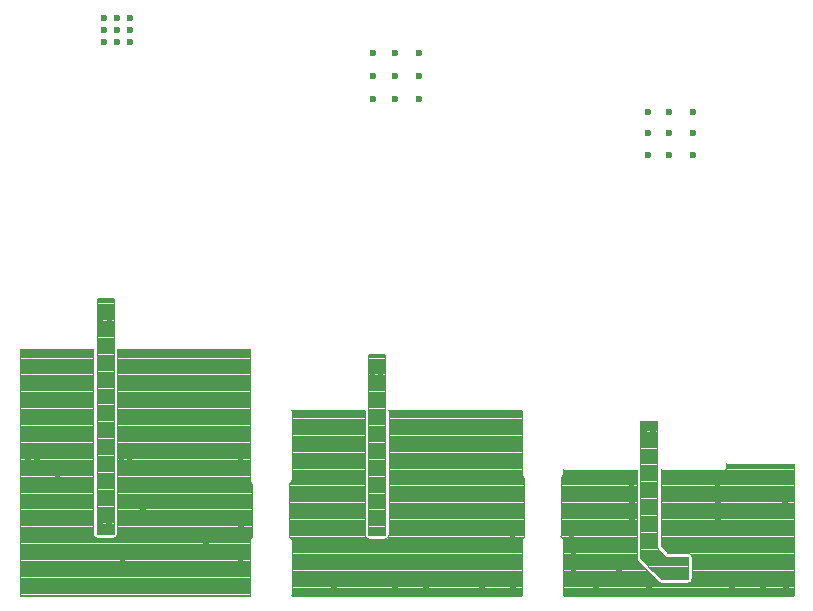
<source format=gbr>
%FSDAX33Y33*%
%MOMM*%
%SFA1.000B1.000*%

%MIA0B0*%
%IPPOS*%
%ADD130C,0.10008*%
%ADD137C,0.59995*%
%LNSO*%
%LPD*%
G54D137*
X019738Y005500D03*
X019738Y001000D03*
X025238Y001000D03*
X027738Y003000D03*
X027738Y001000D03*
X022438Y001000D03*
X022438Y002900D03*
X027638Y009800D03*
X028288Y009800D03*
X020438Y009900D03*
X019688Y009900D03*
X025778Y005740D03*
X025778Y006400D03*
X026558Y005740D03*
X026558Y006400D03*
X026558Y007060D03*
X025778Y007060D03*
X029438Y007700D03*
X033438Y008500D03*
X037738Y006000D03*
X030738Y001000D03*
X034738Y001000D03*
X037738Y001000D03*
X037738Y003000D03*
X048538Y004300D03*
X045938Y009950D03*
X044688Y009950D03*
X043388Y009950D03*
X042338Y008600D03*
X042338Y004600D03*
X042338Y000600D03*
X048538Y000600D03*
X045538Y001000D03*
X045538Y002800D03*
X048738Y005740D03*
X048738Y006400D03*
X048738Y007060D03*
X034738Y004800D03*
X060738Y010000D03*
X060738Y005500D03*
X056438Y009200D03*
X052488Y007800D03*
X053388Y009950D03*
X052188Y009950D03*
X050888Y009950D03*
X050738Y003000D03*
X050738Y001000D03*
X053338Y000800D03*
X058138Y000800D03*
X060738Y001000D03*
X060738Y003000D03*
X065738Y005500D03*
X067738Y001000D03*
X065918Y002180D03*
X065918Y003640D03*
X049638Y006400D03*
X049638Y005740D03*
X049638Y007060D03*
X057638Y004750D03*
X069738Y002500D03*
X069738Y005000D03*
X083738Y008000D03*
X083738Y003500D03*
X079238Y001000D03*
X072238Y001000D03*
X078518Y005700D03*
X077838Y004340D03*
X074998Y004300D03*
X074298Y005760D03*
X079418Y009040D03*
X083858Y000840D03*
X081898Y000840D03*
X070818Y006820D03*
X070818Y008100D03*
X070818Y009380D03*
X078118Y006800D03*
X078118Y008060D03*
X078118Y009340D03*
X080158Y007660D03*
X075298Y002400D03*
X074638Y002400D03*
X073978Y002400D03*
X073978Y003060D03*
X074638Y003060D03*
X075298Y003060D03*
X022238Y010600D03*
X028288Y010900D03*
X027638Y010900D03*
X027638Y012000D03*
X028288Y012000D03*
X019688Y010900D03*
X020438Y010900D03*
X020438Y011950D03*
X019688Y011950D03*
X026598Y024400D03*
X025838Y024400D03*
X025838Y023740D03*
X026598Y023740D03*
X026598Y023080D03*
X025838Y023080D03*
X030038Y010700D03*
X034238Y015000D03*
X037738Y019500D03*
X037738Y012000D03*
X048838Y020000D03*
X048838Y019200D03*
X048838Y018400D03*
X056738Y011500D03*
X060738Y015000D03*
X049538Y019200D03*
X049538Y020000D03*
X049538Y018400D03*
X081938Y010580D03*
X083838Y010580D03*
X071838Y014740D03*
X071838Y014040D03*
X072598Y014740D03*
X072598Y014040D03*
X072598Y013360D03*
X071838Y013360D03*
X027238Y049200D03*
X026138Y049200D03*
X026138Y048200D03*
X027238Y048200D03*
X028338Y048200D03*
X027238Y047100D03*
X026138Y047100D03*
X028338Y047100D03*
X028338Y049200D03*
X048838Y042300D03*
X048838Y044300D03*
X048838Y046200D03*
X050738Y042300D03*
X050738Y046200D03*
X050738Y044300D03*
X052738Y044300D03*
X052738Y042300D03*
X052738Y046200D03*
X072138Y039400D03*
X073938Y039400D03*
X075938Y039400D03*
X075938Y037600D03*
X073938Y037600D03*
X072138Y037600D03*
X073938Y041200D03*
X075938Y041200D03*
X072138Y041200D03*
G54D130*
X071488Y015019D02*
G01X071559Y015090D01*
X072867Y015090D01*
X072938Y015019D01*
X072938Y004329D01*
X073717Y003550D01*
X075588Y003550D01*
X075588Y001650D01*
X073259Y001650D01*
X071488Y003421D01*
X071488Y015019D01*
X025498Y025389D02*
G01X025569Y025460D01*
X026867Y025460D01*
X026938Y025389D01*
X026938Y005470D01*
X025498Y005470D01*
X025498Y025389D01*
X048468Y020619D02*
G01X048539Y020690D01*
X049837Y020690D01*
X049908Y020619D01*
X049908Y005400D01*
X048468Y005400D01*
X048468Y020619D01*
X071488Y003540D02*
G01X075588Y003540D01*
X071488Y003450D02*
G01X075588Y003450D01*
X071549Y003360D02*
G01X075588Y003360D01*
X071639Y003270D02*
G01X075588Y003270D01*
X071729Y003180D02*
G01X075588Y003180D01*
X071819Y003090D02*
G01X075588Y003090D01*
X071909Y003000D02*
G01X075588Y003000D01*
X071999Y002910D02*
G01X075588Y002910D01*
X072089Y002820D02*
G01X075588Y002820D01*
X072179Y002730D02*
G01X075588Y002730D01*
X072269Y002640D02*
G01X075588Y002640D01*
X072359Y002550D02*
G01X075588Y002550D01*
X072449Y002460D02*
G01X075588Y002460D01*
X072539Y002370D02*
G01X075588Y002370D01*
X072629Y002280D02*
G01X075588Y002280D01*
X072719Y002190D02*
G01X075588Y002190D01*
X072809Y002100D02*
G01X075588Y002100D01*
X072899Y002010D02*
G01X075588Y002010D01*
X072989Y001920D02*
G01X075588Y001920D01*
X073079Y001830D02*
G01X075588Y001830D01*
X073169Y001740D02*
G01X075588Y001740D01*
X071488Y003630D02*
G01X073638Y003630D01*
X071488Y003720D02*
G01X073548Y003720D01*
X071488Y003810D02*
G01X073458Y003810D01*
X071488Y003900D02*
G01X073368Y003900D01*
X071488Y003990D02*
G01X073278Y003990D01*
X071488Y004080D02*
G01X073188Y004080D01*
X071488Y004170D02*
G01X073098Y004170D01*
X071488Y004260D02*
G01X073008Y004260D01*
X071488Y014970D02*
G01X072938Y014970D01*
X071488Y014880D02*
G01X072938Y014880D01*
X071488Y014790D02*
G01X072938Y014790D01*
X071488Y014700D02*
G01X072938Y014700D01*
X071488Y014610D02*
G01X072938Y014610D01*
X071488Y014520D02*
G01X072938Y014520D01*
X071488Y014430D02*
G01X072938Y014430D01*
X071488Y014340D02*
G01X072938Y014340D01*
X071488Y014250D02*
G01X072938Y014250D01*
X071488Y014160D02*
G01X072938Y014160D01*
X071488Y014070D02*
G01X072938Y014070D01*
X071488Y013980D02*
G01X072938Y013980D01*
X071488Y013890D02*
G01X072938Y013890D01*
X071488Y013800D02*
G01X072938Y013800D01*
X071488Y013710D02*
G01X072938Y013710D01*
X071488Y013620D02*
G01X072938Y013620D01*
X071488Y013530D02*
G01X072938Y013530D01*
X071488Y013440D02*
G01X072938Y013440D01*
X071488Y013350D02*
G01X072938Y013350D01*
X071488Y013260D02*
G01X072938Y013260D01*
X071488Y013170D02*
G01X072938Y013170D01*
X071488Y013080D02*
G01X072938Y013080D01*
X071488Y012990D02*
G01X072938Y012990D01*
X071488Y012900D02*
G01X072938Y012900D01*
X071488Y012810D02*
G01X072938Y012810D01*
X071488Y012720D02*
G01X072938Y012720D01*
X071488Y012630D02*
G01X072938Y012630D01*
X071488Y012540D02*
G01X072938Y012540D01*
X071488Y012450D02*
G01X072938Y012450D01*
X071488Y012360D02*
G01X072938Y012360D01*
X071488Y012270D02*
G01X072938Y012270D01*
X071488Y012180D02*
G01X072938Y012180D01*
X071488Y012090D02*
G01X072938Y012090D01*
X071488Y012000D02*
G01X072938Y012000D01*
X071488Y011910D02*
G01X072938Y011910D01*
X071488Y011820D02*
G01X072938Y011820D01*
X071488Y011730D02*
G01X072938Y011730D01*
X071488Y011640D02*
G01X072938Y011640D01*
X071488Y011550D02*
G01X072938Y011550D01*
X071488Y011460D02*
G01X072938Y011460D01*
X071488Y011370D02*
G01X072938Y011370D01*
X071488Y011280D02*
G01X072938Y011280D01*
X071488Y011190D02*
G01X072938Y011190D01*
X071488Y011100D02*
G01X072938Y011100D01*
X071488Y011010D02*
G01X072938Y011010D01*
X071488Y010920D02*
G01X072938Y010920D01*
X071488Y010830D02*
G01X072938Y010830D01*
X071488Y010740D02*
G01X072938Y010740D01*
X071488Y010650D02*
G01X072938Y010650D01*
X071488Y010560D02*
G01X072938Y010560D01*
X071488Y010470D02*
G01X072938Y010470D01*
X071488Y010380D02*
G01X072938Y010380D01*
X071488Y010290D02*
G01X072938Y010290D01*
X071488Y010200D02*
G01X072938Y010200D01*
X071488Y010110D02*
G01X072938Y010110D01*
X071488Y010020D02*
G01X072938Y010020D01*
X071488Y009930D02*
G01X072938Y009930D01*
X071488Y009840D02*
G01X072938Y009840D01*
X071488Y009750D02*
G01X072938Y009750D01*
X071488Y009660D02*
G01X072938Y009660D01*
X071488Y009570D02*
G01X072938Y009570D01*
X071488Y009480D02*
G01X072938Y009480D01*
X071488Y009390D02*
G01X072938Y009390D01*
X071488Y009300D02*
G01X072938Y009300D01*
X071488Y009210D02*
G01X072938Y009210D01*
X071488Y009120D02*
G01X072938Y009120D01*
X071488Y009030D02*
G01X072938Y009030D01*
X071488Y008940D02*
G01X072938Y008940D01*
X071488Y008850D02*
G01X072938Y008850D01*
X071488Y008760D02*
G01X072938Y008760D01*
X071488Y008670D02*
G01X072938Y008670D01*
X071488Y008580D02*
G01X072938Y008580D01*
X071488Y008490D02*
G01X072938Y008490D01*
X071488Y008400D02*
G01X072938Y008400D01*
X071488Y008310D02*
G01X072938Y008310D01*
X071488Y008220D02*
G01X072938Y008220D01*
X071488Y008130D02*
G01X072938Y008130D01*
X071488Y008040D02*
G01X072938Y008040D01*
X071488Y007950D02*
G01X072938Y007950D01*
X071488Y007860D02*
G01X072938Y007860D01*
X071488Y007770D02*
G01X072938Y007770D01*
X071488Y007680D02*
G01X072938Y007680D01*
X071488Y007590D02*
G01X072938Y007590D01*
X071488Y007500D02*
G01X072938Y007500D01*
X071488Y007410D02*
G01X072938Y007410D01*
X071488Y007320D02*
G01X072938Y007320D01*
X071488Y007230D02*
G01X072938Y007230D01*
X071488Y007140D02*
G01X072938Y007140D01*
X071488Y007050D02*
G01X072938Y007050D01*
X071488Y006960D02*
G01X072938Y006960D01*
X071488Y006870D02*
G01X072938Y006870D01*
X071488Y006780D02*
G01X072938Y006780D01*
X071488Y006690D02*
G01X072938Y006690D01*
X071488Y006600D02*
G01X072938Y006600D01*
X071488Y006510D02*
G01X072938Y006510D01*
X071488Y006420D02*
G01X072938Y006420D01*
X071488Y006330D02*
G01X072938Y006330D01*
X071488Y006240D02*
G01X072938Y006240D01*
X071488Y006150D02*
G01X072938Y006150D01*
X071488Y006060D02*
G01X072938Y006060D01*
X071488Y005970D02*
G01X072938Y005970D01*
X071488Y005880D02*
G01X072938Y005880D01*
X071488Y005790D02*
G01X072938Y005790D01*
X071488Y005700D02*
G01X072938Y005700D01*
X071488Y005610D02*
G01X072938Y005610D01*
X071488Y005520D02*
G01X072938Y005520D01*
X071488Y005430D02*
G01X072938Y005430D01*
X071488Y005340D02*
G01X072938Y005340D01*
X071488Y005250D02*
G01X072938Y005250D01*
X071488Y005160D02*
G01X072938Y005160D01*
X071488Y005070D02*
G01X072938Y005070D01*
X071488Y004980D02*
G01X072938Y004980D01*
X071488Y004890D02*
G01X072938Y004890D01*
X071488Y004800D02*
G01X072938Y004800D01*
X071488Y004710D02*
G01X072938Y004710D01*
X071488Y004620D02*
G01X072938Y004620D01*
X071488Y004530D02*
G01X072938Y004530D01*
X071488Y004440D02*
G01X072938Y004440D01*
X071488Y004350D02*
G01X072938Y004350D01*
X071528Y015060D02*
G01X072898Y015060D01*
X025498Y025360D02*
G01X026938Y025360D01*
X025498Y025270D02*
G01X026938Y025270D01*
X025498Y025180D02*
G01X026938Y025180D01*
X025498Y025090D02*
G01X026938Y025090D01*
X025498Y025000D02*
G01X026938Y025000D01*
X025498Y024910D02*
G01X026938Y024910D01*
X025498Y024820D02*
G01X026938Y024820D01*
X025498Y024730D02*
G01X026938Y024730D01*
X025498Y024640D02*
G01X026938Y024640D01*
X025498Y024550D02*
G01X026938Y024550D01*
X025498Y024460D02*
G01X026938Y024460D01*
X025498Y024370D02*
G01X026938Y024370D01*
X025498Y024280D02*
G01X026938Y024280D01*
X025498Y024190D02*
G01X026938Y024190D01*
X025498Y024100D02*
G01X026938Y024100D01*
X025498Y024010D02*
G01X026938Y024010D01*
X025498Y023920D02*
G01X026938Y023920D01*
X025498Y023830D02*
G01X026938Y023830D01*
X025498Y023740D02*
G01X026938Y023740D01*
X025498Y023650D02*
G01X026938Y023650D01*
X025498Y023560D02*
G01X026938Y023560D01*
X025498Y023470D02*
G01X026938Y023470D01*
X025498Y023380D02*
G01X026938Y023380D01*
X025498Y023290D02*
G01X026938Y023290D01*
X025498Y023200D02*
G01X026938Y023200D01*
X025498Y023110D02*
G01X026938Y023110D01*
X025498Y023020D02*
G01X026938Y023020D01*
X025498Y022930D02*
G01X026938Y022930D01*
X025498Y022840D02*
G01X026938Y022840D01*
X025498Y022750D02*
G01X026938Y022750D01*
X025498Y022660D02*
G01X026938Y022660D01*
X025498Y022570D02*
G01X026938Y022570D01*
X025498Y022480D02*
G01X026938Y022480D01*
X025498Y022390D02*
G01X026938Y022390D01*
X025498Y022300D02*
G01X026938Y022300D01*
X025498Y022210D02*
G01X026938Y022210D01*
X025498Y022120D02*
G01X026938Y022120D01*
X025498Y022030D02*
G01X026938Y022030D01*
X025498Y021940D02*
G01X026938Y021940D01*
X025498Y021850D02*
G01X026938Y021850D01*
X025498Y021760D02*
G01X026938Y021760D01*
X025498Y021670D02*
G01X026938Y021670D01*
X025498Y021580D02*
G01X026938Y021580D01*
X025498Y021490D02*
G01X026938Y021490D01*
X025498Y021400D02*
G01X026938Y021400D01*
X025498Y021310D02*
G01X026938Y021310D01*
X025498Y021220D02*
G01X026938Y021220D01*
X025498Y021130D02*
G01X026938Y021130D01*
X025498Y021040D02*
G01X026938Y021040D01*
X025498Y020950D02*
G01X026938Y020950D01*
X025498Y020860D02*
G01X026938Y020860D01*
X025498Y020770D02*
G01X026938Y020770D01*
X025498Y020680D02*
G01X026938Y020680D01*
X025498Y020590D02*
G01X026938Y020590D01*
X025498Y020500D02*
G01X026938Y020500D01*
X025498Y020410D02*
G01X026938Y020410D01*
X025498Y020320D02*
G01X026938Y020320D01*
X025498Y020230D02*
G01X026938Y020230D01*
X025498Y020140D02*
G01X026938Y020140D01*
X025498Y020050D02*
G01X026938Y020050D01*
X025498Y019960D02*
G01X026938Y019960D01*
X025498Y019870D02*
G01X026938Y019870D01*
X025498Y019780D02*
G01X026938Y019780D01*
X025498Y019690D02*
G01X026938Y019690D01*
X025498Y019600D02*
G01X026938Y019600D01*
X025498Y019510D02*
G01X026938Y019510D01*
X025498Y019420D02*
G01X026938Y019420D01*
X025498Y019330D02*
G01X026938Y019330D01*
X025498Y019240D02*
G01X026938Y019240D01*
X025498Y019150D02*
G01X026938Y019150D01*
X025498Y019060D02*
G01X026938Y019060D01*
X025498Y018970D02*
G01X026938Y018970D01*
X025498Y018880D02*
G01X026938Y018880D01*
X025498Y018790D02*
G01X026938Y018790D01*
X025498Y018700D02*
G01X026938Y018700D01*
X025498Y018610D02*
G01X026938Y018610D01*
X025498Y018520D02*
G01X026938Y018520D01*
X025498Y018430D02*
G01X026938Y018430D01*
X025498Y018340D02*
G01X026938Y018340D01*
X025498Y018250D02*
G01X026938Y018250D01*
X025498Y018160D02*
G01X026938Y018160D01*
X025498Y018070D02*
G01X026938Y018070D01*
X025498Y017980D02*
G01X026938Y017980D01*
X025498Y017890D02*
G01X026938Y017890D01*
X025498Y017800D02*
G01X026938Y017800D01*
X025498Y017710D02*
G01X026938Y017710D01*
X025498Y017620D02*
G01X026938Y017620D01*
X025498Y017530D02*
G01X026938Y017530D01*
X025498Y017440D02*
G01X026938Y017440D01*
X025498Y017350D02*
G01X026938Y017350D01*
X025498Y017260D02*
G01X026938Y017260D01*
X025498Y017170D02*
G01X026938Y017170D01*
X025498Y017080D02*
G01X026938Y017080D01*
X025498Y016990D02*
G01X026938Y016990D01*
X025498Y016900D02*
G01X026938Y016900D01*
X025498Y016810D02*
G01X026938Y016810D01*
X025498Y016720D02*
G01X026938Y016720D01*
X025498Y016630D02*
G01X026938Y016630D01*
X025498Y016540D02*
G01X026938Y016540D01*
X025498Y016450D02*
G01X026938Y016450D01*
X025498Y016360D02*
G01X026938Y016360D01*
X025498Y016270D02*
G01X026938Y016270D01*
X025498Y016180D02*
G01X026938Y016180D01*
X025498Y016090D02*
G01X026938Y016090D01*
X025498Y016000D02*
G01X026938Y016000D01*
X025498Y015910D02*
G01X026938Y015910D01*
X025498Y015820D02*
G01X026938Y015820D01*
X025498Y015730D02*
G01X026938Y015730D01*
X025498Y015640D02*
G01X026938Y015640D01*
X025498Y015550D02*
G01X026938Y015550D01*
X025498Y015460D02*
G01X026938Y015460D01*
X025498Y015370D02*
G01X026938Y015370D01*
X025498Y015280D02*
G01X026938Y015280D01*
X025498Y015190D02*
G01X026938Y015190D01*
X025498Y015100D02*
G01X026938Y015100D01*
X025498Y015010D02*
G01X026938Y015010D01*
X025498Y014920D02*
G01X026938Y014920D01*
X025498Y014830D02*
G01X026938Y014830D01*
X025498Y014740D02*
G01X026938Y014740D01*
X025498Y014650D02*
G01X026938Y014650D01*
X025498Y014560D02*
G01X026938Y014560D01*
X025498Y014470D02*
G01X026938Y014470D01*
X025498Y014380D02*
G01X026938Y014380D01*
X025498Y014290D02*
G01X026938Y014290D01*
X025498Y014200D02*
G01X026938Y014200D01*
X025498Y014110D02*
G01X026938Y014110D01*
X025498Y014020D02*
G01X026938Y014020D01*
X025498Y013930D02*
G01X026938Y013930D01*
X025498Y013840D02*
G01X026938Y013840D01*
X025498Y013750D02*
G01X026938Y013750D01*
X025498Y013660D02*
G01X026938Y013660D01*
X025498Y013570D02*
G01X026938Y013570D01*
X025498Y013480D02*
G01X026938Y013480D01*
X025498Y013390D02*
G01X026938Y013390D01*
X025498Y013300D02*
G01X026938Y013300D01*
X025498Y013210D02*
G01X026938Y013210D01*
X025498Y013120D02*
G01X026938Y013120D01*
X025498Y013030D02*
G01X026938Y013030D01*
X025498Y012940D02*
G01X026938Y012940D01*
X025498Y012850D02*
G01X026938Y012850D01*
X025498Y012760D02*
G01X026938Y012760D01*
X025498Y012670D02*
G01X026938Y012670D01*
X025498Y012580D02*
G01X026938Y012580D01*
X025498Y012490D02*
G01X026938Y012490D01*
X025498Y012400D02*
G01X026938Y012400D01*
X025498Y012310D02*
G01X026938Y012310D01*
X025498Y012220D02*
G01X026938Y012220D01*
X025498Y012130D02*
G01X026938Y012130D01*
X025498Y012040D02*
G01X026938Y012040D01*
X025498Y011950D02*
G01X026938Y011950D01*
X025498Y011860D02*
G01X026938Y011860D01*
X025498Y011770D02*
G01X026938Y011770D01*
X025498Y011680D02*
G01X026938Y011680D01*
X025498Y011590D02*
G01X026938Y011590D01*
X025498Y011500D02*
G01X026938Y011500D01*
X025498Y011410D02*
G01X026938Y011410D01*
X025498Y011320D02*
G01X026938Y011320D01*
X025498Y011230D02*
G01X026938Y011230D01*
X025498Y011140D02*
G01X026938Y011140D01*
X025498Y011050D02*
G01X026938Y011050D01*
X025498Y010960D02*
G01X026938Y010960D01*
X025498Y010870D02*
G01X026938Y010870D01*
X025498Y010780D02*
G01X026938Y010780D01*
X025498Y010690D02*
G01X026938Y010690D01*
X025498Y010600D02*
G01X026938Y010600D01*
X025498Y010510D02*
G01X026938Y010510D01*
X025498Y010420D02*
G01X026938Y010420D01*
X025498Y010330D02*
G01X026938Y010330D01*
X025498Y010240D02*
G01X026938Y010240D01*
X025498Y010150D02*
G01X026938Y010150D01*
X025498Y010060D02*
G01X026938Y010060D01*
X025498Y009970D02*
G01X026938Y009970D01*
X025498Y009880D02*
G01X026938Y009880D01*
X025498Y009790D02*
G01X026938Y009790D01*
X025498Y009700D02*
G01X026938Y009700D01*
X025498Y009610D02*
G01X026938Y009610D01*
X025498Y009520D02*
G01X026938Y009520D01*
X025498Y009430D02*
G01X026938Y009430D01*
X025498Y009340D02*
G01X026938Y009340D01*
X025498Y009250D02*
G01X026938Y009250D01*
X025498Y009160D02*
G01X026938Y009160D01*
X025498Y009070D02*
G01X026938Y009070D01*
X025498Y008980D02*
G01X026938Y008980D01*
X025498Y008890D02*
G01X026938Y008890D01*
X025498Y008800D02*
G01X026938Y008800D01*
X025498Y008710D02*
G01X026938Y008710D01*
X025498Y008620D02*
G01X026938Y008620D01*
X025498Y008530D02*
G01X026938Y008530D01*
X025498Y008440D02*
G01X026938Y008440D01*
X025498Y008350D02*
G01X026938Y008350D01*
X025498Y008260D02*
G01X026938Y008260D01*
X025498Y008170D02*
G01X026938Y008170D01*
X025498Y008080D02*
G01X026938Y008080D01*
X025498Y007990D02*
G01X026938Y007990D01*
X025498Y007900D02*
G01X026938Y007900D01*
X025498Y007810D02*
G01X026938Y007810D01*
X025498Y007720D02*
G01X026938Y007720D01*
X025498Y007630D02*
G01X026938Y007630D01*
X025498Y007540D02*
G01X026938Y007540D01*
X025498Y007450D02*
G01X026938Y007450D01*
X025498Y007360D02*
G01X026938Y007360D01*
X025498Y007270D02*
G01X026938Y007270D01*
X025498Y007180D02*
G01X026938Y007180D01*
X025498Y007090D02*
G01X026938Y007090D01*
X025498Y007000D02*
G01X026938Y007000D01*
X025498Y006910D02*
G01X026938Y006910D01*
X025498Y006820D02*
G01X026938Y006820D01*
X025498Y006730D02*
G01X026938Y006730D01*
X025498Y006640D02*
G01X026938Y006640D01*
X025498Y006550D02*
G01X026938Y006550D01*
X025498Y006460D02*
G01X026938Y006460D01*
X025498Y006370D02*
G01X026938Y006370D01*
X025498Y006280D02*
G01X026938Y006280D01*
X025498Y006190D02*
G01X026938Y006190D01*
X025498Y006100D02*
G01X026938Y006100D01*
X025498Y006010D02*
G01X026938Y006010D01*
X025498Y005920D02*
G01X026938Y005920D01*
X025498Y005830D02*
G01X026938Y005830D01*
X025498Y005740D02*
G01X026938Y005740D01*
X025498Y005650D02*
G01X026938Y005650D01*
X025498Y005560D02*
G01X026938Y005560D01*
X025558Y025450D02*
G01X026878Y025450D01*
X048468Y020610D02*
G01X049908Y020610D01*
X048468Y020520D02*
G01X049908Y020520D01*
X048468Y020430D02*
G01X049908Y020430D01*
X048468Y020340D02*
G01X049908Y020340D01*
X048468Y020250D02*
G01X049908Y020250D01*
X048468Y020160D02*
G01X049908Y020160D01*
X048468Y020070D02*
G01X049908Y020070D01*
X048468Y019980D02*
G01X049908Y019980D01*
X048468Y019890D02*
G01X049908Y019890D01*
X048468Y019800D02*
G01X049908Y019800D01*
X048468Y019710D02*
G01X049908Y019710D01*
X048468Y019620D02*
G01X049908Y019620D01*
X048468Y019530D02*
G01X049908Y019530D01*
X048468Y019440D02*
G01X049908Y019440D01*
X048468Y019350D02*
G01X049908Y019350D01*
X048468Y019260D02*
G01X049908Y019260D01*
X048468Y019170D02*
G01X049908Y019170D01*
X048468Y019080D02*
G01X049908Y019080D01*
X048468Y018990D02*
G01X049908Y018990D01*
X048468Y018900D02*
G01X049908Y018900D01*
X048468Y018810D02*
G01X049908Y018810D01*
X048468Y018720D02*
G01X049908Y018720D01*
X048468Y018630D02*
G01X049908Y018630D01*
X048468Y018540D02*
G01X049908Y018540D01*
X048468Y018450D02*
G01X049908Y018450D01*
X048468Y018360D02*
G01X049908Y018360D01*
X048468Y018270D02*
G01X049908Y018270D01*
X048468Y018180D02*
G01X049908Y018180D01*
X048468Y018090D02*
G01X049908Y018090D01*
X048468Y018000D02*
G01X049908Y018000D01*
X048468Y017910D02*
G01X049908Y017910D01*
X048468Y017820D02*
G01X049908Y017820D01*
X048468Y017730D02*
G01X049908Y017730D01*
X048468Y017640D02*
G01X049908Y017640D01*
X048468Y017550D02*
G01X049908Y017550D01*
X048468Y017460D02*
G01X049908Y017460D01*
X048468Y017370D02*
G01X049908Y017370D01*
X048468Y017280D02*
G01X049908Y017280D01*
X048468Y017190D02*
G01X049908Y017190D01*
X048468Y017100D02*
G01X049908Y017100D01*
X048468Y017010D02*
G01X049908Y017010D01*
X048468Y016920D02*
G01X049908Y016920D01*
X048468Y016830D02*
G01X049908Y016830D01*
X048468Y016740D02*
G01X049908Y016740D01*
X048468Y016650D02*
G01X049908Y016650D01*
X048468Y016560D02*
G01X049908Y016560D01*
X048468Y016470D02*
G01X049908Y016470D01*
X048468Y016380D02*
G01X049908Y016380D01*
X048468Y016290D02*
G01X049908Y016290D01*
X048468Y016200D02*
G01X049908Y016200D01*
X048468Y016110D02*
G01X049908Y016110D01*
X048468Y016020D02*
G01X049908Y016020D01*
X048468Y015930D02*
G01X049908Y015930D01*
X048468Y015840D02*
G01X049908Y015840D01*
X048468Y015750D02*
G01X049908Y015750D01*
X048468Y015660D02*
G01X049908Y015660D01*
X048468Y015570D02*
G01X049908Y015570D01*
X048468Y015480D02*
G01X049908Y015480D01*
X048468Y015390D02*
G01X049908Y015390D01*
X048468Y015300D02*
G01X049908Y015300D01*
X048468Y015210D02*
G01X049908Y015210D01*
X048468Y015120D02*
G01X049908Y015120D01*
X048468Y015030D02*
G01X049908Y015030D01*
X048468Y014940D02*
G01X049908Y014940D01*
X048468Y014850D02*
G01X049908Y014850D01*
X048468Y014760D02*
G01X049908Y014760D01*
X048468Y014670D02*
G01X049908Y014670D01*
X048468Y014580D02*
G01X049908Y014580D01*
X048468Y014490D02*
G01X049908Y014490D01*
X048468Y014400D02*
G01X049908Y014400D01*
X048468Y014310D02*
G01X049908Y014310D01*
X048468Y014220D02*
G01X049908Y014220D01*
X048468Y014130D02*
G01X049908Y014130D01*
X048468Y014040D02*
G01X049908Y014040D01*
X048468Y013950D02*
G01X049908Y013950D01*
X048468Y013860D02*
G01X049908Y013860D01*
X048468Y013770D02*
G01X049908Y013770D01*
X048468Y013680D02*
G01X049908Y013680D01*
X048468Y013590D02*
G01X049908Y013590D01*
X048468Y013500D02*
G01X049908Y013500D01*
X048468Y013410D02*
G01X049908Y013410D01*
X048468Y013320D02*
G01X049908Y013320D01*
X048468Y013230D02*
G01X049908Y013230D01*
X048468Y013140D02*
G01X049908Y013140D01*
X048468Y013050D02*
G01X049908Y013050D01*
X048468Y012960D02*
G01X049908Y012960D01*
X048468Y012870D02*
G01X049908Y012870D01*
X048468Y012780D02*
G01X049908Y012780D01*
X048468Y012690D02*
G01X049908Y012690D01*
X048468Y012600D02*
G01X049908Y012600D01*
X048468Y012510D02*
G01X049908Y012510D01*
X048468Y012420D02*
G01X049908Y012420D01*
X048468Y012330D02*
G01X049908Y012330D01*
X048468Y012240D02*
G01X049908Y012240D01*
X048468Y012150D02*
G01X049908Y012150D01*
X048468Y012060D02*
G01X049908Y012060D01*
X048468Y011970D02*
G01X049908Y011970D01*
X048468Y011880D02*
G01X049908Y011880D01*
X048468Y011790D02*
G01X049908Y011790D01*
X048468Y011700D02*
G01X049908Y011700D01*
X048468Y011610D02*
G01X049908Y011610D01*
X048468Y011520D02*
G01X049908Y011520D01*
X048468Y011430D02*
G01X049908Y011430D01*
X048468Y011340D02*
G01X049908Y011340D01*
X048468Y011250D02*
G01X049908Y011250D01*
X048468Y011160D02*
G01X049908Y011160D01*
X048468Y011070D02*
G01X049908Y011070D01*
X048468Y010980D02*
G01X049908Y010980D01*
X048468Y010890D02*
G01X049908Y010890D01*
X048468Y010800D02*
G01X049908Y010800D01*
X048468Y010710D02*
G01X049908Y010710D01*
X048468Y010620D02*
G01X049908Y010620D01*
X048468Y010530D02*
G01X049908Y010530D01*
X048468Y010440D02*
G01X049908Y010440D01*
X048468Y010350D02*
G01X049908Y010350D01*
X048468Y010260D02*
G01X049908Y010260D01*
X048468Y010170D02*
G01X049908Y010170D01*
X048468Y010080D02*
G01X049908Y010080D01*
X048468Y009990D02*
G01X049908Y009990D01*
X048468Y009900D02*
G01X049908Y009900D01*
X048468Y009810D02*
G01X049908Y009810D01*
X048468Y009720D02*
G01X049908Y009720D01*
X048468Y009630D02*
G01X049908Y009630D01*
X048468Y009540D02*
G01X049908Y009540D01*
X048468Y009450D02*
G01X049908Y009450D01*
X048468Y009360D02*
G01X049908Y009360D01*
X048468Y009270D02*
G01X049908Y009270D01*
X048468Y009180D02*
G01X049908Y009180D01*
X048468Y009090D02*
G01X049908Y009090D01*
X048468Y009000D02*
G01X049908Y009000D01*
X048468Y008910D02*
G01X049908Y008910D01*
X048468Y008820D02*
G01X049908Y008820D01*
X048468Y008730D02*
G01X049908Y008730D01*
X048468Y008640D02*
G01X049908Y008640D01*
X048468Y008550D02*
G01X049908Y008550D01*
X048468Y008460D02*
G01X049908Y008460D01*
X048468Y008370D02*
G01X049908Y008370D01*
X048468Y008280D02*
G01X049908Y008280D01*
X048468Y008190D02*
G01X049908Y008190D01*
X048468Y008100D02*
G01X049908Y008100D01*
X048468Y008010D02*
G01X049908Y008010D01*
X048468Y007920D02*
G01X049908Y007920D01*
X048468Y007830D02*
G01X049908Y007830D01*
X048468Y007740D02*
G01X049908Y007740D01*
X048468Y007650D02*
G01X049908Y007650D01*
X048468Y007560D02*
G01X049908Y007560D01*
X048468Y007470D02*
G01X049908Y007470D01*
X048468Y007380D02*
G01X049908Y007380D01*
X048468Y007290D02*
G01X049908Y007290D01*
X048468Y007200D02*
G01X049908Y007200D01*
X048468Y007110D02*
G01X049908Y007110D01*
X048468Y007020D02*
G01X049908Y007020D01*
X048468Y006930D02*
G01X049908Y006930D01*
X048468Y006840D02*
G01X049908Y006840D01*
X048468Y006750D02*
G01X049908Y006750D01*
X048468Y006660D02*
G01X049908Y006660D01*
X048468Y006570D02*
G01X049908Y006570D01*
X048468Y006480D02*
G01X049908Y006480D01*
X048468Y006390D02*
G01X049908Y006390D01*
X048468Y006300D02*
G01X049908Y006300D01*
X048468Y006210D02*
G01X049908Y006210D01*
X048468Y006120D02*
G01X049908Y006120D01*
X048468Y006030D02*
G01X049908Y006030D01*
X048468Y005940D02*
G01X049908Y005940D01*
X048468Y005850D02*
G01X049908Y005850D01*
X048468Y005760D02*
G01X049908Y005760D01*
X048468Y005670D02*
G01X049908Y005670D01*
X048468Y005580D02*
G01X049908Y005580D01*
X048468Y005490D02*
G01X049908Y005490D01*
X061660Y005237D02*
G75*
G03X061694Y005285I-000016J000047D01*
X061694Y005285D02*
G01X061694Y010215D01*
X061694Y010215D02*
G03X061660Y010263I-000050D01*
X061488Y010500D02*
G03X061660Y010263I000250J000000D01*
X061488Y010500D02*
G01X061488Y015920D01*
X061488Y015920D02*
G03X061438Y015970I-000050D01*
X061438Y015970D02*
G01X050258Y015970D01*
X050258Y015970D02*
G03X050208Y015920J-000050D01*
X050208Y015920D02*
G01X050208Y005400D01*
X049908Y005100D02*
G03X050208Y005400J000300D01*
X049908Y005100D02*
G01X048468Y005100D01*
X048168Y005400D02*
G03X048468Y005100I000300D01*
X048168Y005400D02*
G01X048168Y015920D01*
X048168Y015920D02*
G03X048118Y015970I-000050D01*
X048118Y015970D02*
G01X042038Y015970D01*
X042038Y015970D02*
G03X041988Y015920J-000050D01*
X041988Y015920D02*
G01X041988Y010000D01*
X041822Y009765D02*
G03X041988Y010000I-000084J000235D01*
X041822Y009765D02*
G03X041789Y009718I000017J-000047D01*
X041789Y009718D02*
G01X041789Y005282D01*
X041789Y005282D02*
G03X041822Y005235I000050J000000D01*
X041988Y005000D02*
G03X041822Y005235I-000250J000000D01*
X041988Y005000D02*
G01X041988Y000300D01*
X041988Y000300D02*
G03X042038Y000250I000050D01*
X042038Y000250D02*
G01X061438Y000250D01*
X061438Y000250D02*
G03X061488Y000300J000050D01*
X061488Y000300D02*
G01X061488Y005000D01*
X061660Y005237D02*
G03X061488Y005000I000078J-000237D01*
X084488Y000300D02*
G01X084488Y011400D01*
X084488Y011400D02*
G03X084438Y011450I-000050D01*
X084438Y011450D02*
G01X078838Y011450D01*
X078838Y011450D02*
G03X078788Y011400J-000050D01*
X078788Y011400D02*
G01X078788Y010990D01*
X078738Y010940D02*
G03X078788Y010990J000050D01*
X078738Y010940D02*
G01X073288Y010940D01*
X073288Y010940D02*
G03X073238Y010890J-000050D01*
X073238Y010890D02*
G01X073238Y004474D01*
X073238Y004474D02*
G03X073253Y004439I000050D01*
X073253Y004439D02*
G01X073827Y003865D01*
X073827Y003865D02*
G03X073862Y003850I000035J000035D01*
X073862Y003850D02*
G01X075588Y003850D01*
X075888Y003550D02*
G03X075588Y003850I-000300J000000D01*
X075888Y003550D02*
G01X075888Y001650D01*
X075588Y001350D02*
G03X075888Y001650J000300D01*
X075588Y001350D02*
G01X073259Y001350D01*
X073047Y001438D02*
G03X073259Y001350I000212J000212D01*
X073047Y001438D02*
G01X071276Y003209D01*
X071188Y003421D02*
G03X071276Y003209I000300D01*
X071188Y003421D02*
G01X071188Y010890D01*
X071188Y010890D02*
G03X071138Y010940I-000050D01*
X071138Y010940D02*
G01X065038Y010940D01*
X065038Y010940D02*
G03X064988Y010890I000000J-000050D01*
X064988Y010890D02*
G01X064988Y010500D01*
X064822Y010265D02*
G03X064988Y010500I-000084J000236D01*
X064822Y010265D02*
G03X064789Y010217I000017J-000047D01*
X064789Y010217D02*
G01X064789Y005282D01*
X064789Y005282D02*
G03X064822Y005235I000050J000000D01*
X064988Y005000D02*
G03X064822Y005235I-000250J000000D01*
X064988Y005000D02*
G01X064988Y000300D01*
X064988Y000300D02*
G03X065038Y000250I000050J000000D01*
X065038Y000250D02*
G01X084438Y000250D01*
X084438Y000250D02*
G03X084488Y000300J000050D01*
X038617Y005219D02*
G03X038643Y005263I-000024J000044D01*
X038643Y005263D02*
G01X038643Y009737D01*
X038643Y009737D02*
G03X038617Y009781I-000050J000000D01*
X038488Y010000D02*
G03X038617Y009781I000250J000000D01*
X038488Y010000D02*
G01X038488Y021100D01*
X038488Y021100D02*
G03X038438Y021150I-000050D01*
X038438Y021150D02*
G01X027288Y021150D01*
X027288Y021150D02*
G03X027238Y021100I000000J-000050D01*
X027238Y021100D02*
G01X027238Y005470D01*
X026938Y005170D02*
G03X027238Y005470I000000J000300D01*
X026938Y005170D02*
G01X025498Y005170D01*
X025198Y005470D02*
G03X025498Y005170I000300D01*
X025198Y005470D02*
G01X025198Y021100D01*
X025198Y021100D02*
G03X025148Y021150I-000050D01*
X025148Y021150D02*
G01X019038Y021150D01*
X019038Y021150D02*
G03X018988Y021100J-000050D01*
X018988Y021100D02*
G01X018988Y000300D01*
X018988Y000300D02*
G03X019038Y000250I000050D01*
X019038Y000250D02*
G01X038438Y000250D01*
X038438Y000250D02*
G03X038488Y000300J000050D01*
X038488Y000300D02*
G01X038488Y005000D01*
X038617Y005219D02*
G03X038488Y005000I000121J-000219D01*
X050206Y005362D02*
G01X061694Y005362D01*
X050208Y005452D02*
G01X061694Y005452D01*
X050208Y005542D02*
G01X061694Y005542D01*
X050208Y005632D02*
G01X061694Y005632D01*
X050208Y005722D02*
G01X061694Y005722D01*
X050208Y005812D02*
G01X061694Y005812D01*
X050208Y005902D02*
G01X061694Y005902D01*
X050208Y005992D02*
G01X061694Y005992D01*
X050208Y006082D02*
G01X061694Y006082D01*
X050208Y006172D02*
G01X061694Y006172D01*
X050208Y006262D02*
G01X061694Y006262D01*
X050208Y006352D02*
G01X061694Y006352D01*
X050208Y006442D02*
G01X061694Y006442D01*
X050208Y006532D02*
G01X061694Y006532D01*
X050208Y006622D02*
G01X061694Y006622D01*
X050208Y006712D02*
G01X061694Y006712D01*
X050208Y006802D02*
G01X061694Y006802D01*
X050208Y006892D02*
G01X061694Y006892D01*
X050208Y006982D02*
G01X061694Y006982D01*
X050208Y007072D02*
G01X061694Y007072D01*
X050208Y007162D02*
G01X061694Y007162D01*
X050208Y007252D02*
G01X061694Y007252D01*
X050208Y007342D02*
G01X061694Y007342D01*
X050208Y007432D02*
G01X061694Y007432D01*
X050208Y007522D02*
G01X061694Y007522D01*
X050208Y007612D02*
G01X061694Y007612D01*
X050208Y007702D02*
G01X061694Y007702D01*
X050208Y007792D02*
G01X061694Y007792D01*
X050208Y007882D02*
G01X061694Y007882D01*
X050208Y007972D02*
G01X061694Y007972D01*
X050208Y008062D02*
G01X061694Y008062D01*
X050208Y008152D02*
G01X061694Y008152D01*
X050208Y008242D02*
G01X061694Y008242D01*
X050208Y008332D02*
G01X061694Y008332D01*
X050208Y008422D02*
G01X061694Y008422D01*
X050208Y008512D02*
G01X061694Y008512D01*
X050208Y008602D02*
G01X061694Y008602D01*
X050208Y008692D02*
G01X061694Y008692D01*
X050208Y008782D02*
G01X061694Y008782D01*
X050208Y008872D02*
G01X061694Y008872D01*
X050208Y008962D02*
G01X061694Y008962D01*
X050208Y009052D02*
G01X061694Y009052D01*
X050208Y009142D02*
G01X061694Y009142D01*
X050208Y009232D02*
G01X061694Y009232D01*
X050208Y009322D02*
G01X061694Y009322D01*
X050208Y009412D02*
G01X061694Y009412D01*
X050208Y009502D02*
G01X061694Y009502D01*
X050208Y009592D02*
G01X061694Y009592D01*
X050208Y009682D02*
G01X061694Y009682D01*
X050208Y009772D02*
G01X061694Y009772D01*
X050208Y009862D02*
G01X061694Y009862D01*
X050208Y009952D02*
G01X061694Y009952D01*
X050208Y010042D02*
G01X061694Y010042D01*
X050208Y010132D02*
G01X061694Y010132D01*
X050208Y010222D02*
G01X061693Y010222D01*
X050179Y005272D02*
G01X061692Y005272D01*
X050208Y010312D02*
G01X061574Y010312D01*
X050114Y005182D02*
G01X061566Y005182D01*
X050208Y010402D02*
G01X061508Y010402D01*
X041971Y005092D02*
G01X061506Y005092D01*
X050208Y010492D02*
G01X061488Y010492D01*
X041988Y005002D02*
G01X061488Y005002D01*
X050208Y015892D02*
G01X061488Y015892D01*
X050208Y015802D02*
G01X061488Y015802D01*
X050208Y015712D02*
G01X061488Y015712D01*
X050208Y015622D02*
G01X061488Y015622D01*
X050208Y015532D02*
G01X061488Y015532D01*
X050208Y015442D02*
G01X061488Y015442D01*
X050208Y015352D02*
G01X061488Y015352D01*
X050208Y015262D02*
G01X061488Y015262D01*
X050208Y015172D02*
G01X061488Y015172D01*
X050208Y015082D02*
G01X061488Y015082D01*
X050208Y014992D02*
G01X061488Y014992D01*
X050208Y014902D02*
G01X061488Y014902D01*
X050208Y014812D02*
G01X061488Y014812D01*
X050208Y014722D02*
G01X061488Y014722D01*
X050208Y014632D02*
G01X061488Y014632D01*
X050208Y014542D02*
G01X061488Y014542D01*
X050208Y014452D02*
G01X061488Y014452D01*
X050208Y014362D02*
G01X061488Y014362D01*
X050208Y014272D02*
G01X061488Y014272D01*
X050208Y014182D02*
G01X061488Y014182D01*
X050208Y014092D02*
G01X061488Y014092D01*
X050208Y014002D02*
G01X061488Y014002D01*
X050208Y013912D02*
G01X061488Y013912D01*
X050208Y013822D02*
G01X061488Y013822D01*
X050208Y013732D02*
G01X061488Y013732D01*
X050208Y013642D02*
G01X061488Y013642D01*
X050208Y013552D02*
G01X061488Y013552D01*
X050208Y013462D02*
G01X061488Y013462D01*
X050208Y013372D02*
G01X061488Y013372D01*
X050208Y013282D02*
G01X061488Y013282D01*
X050208Y013192D02*
G01X061488Y013192D01*
X050208Y013102D02*
G01X061488Y013102D01*
X050208Y013012D02*
G01X061488Y013012D01*
X050208Y012922D02*
G01X061488Y012922D01*
X050208Y012832D02*
G01X061488Y012832D01*
X050208Y012742D02*
G01X061488Y012742D01*
X050208Y012652D02*
G01X061488Y012652D01*
X050208Y012562D02*
G01X061488Y012562D01*
X050208Y012472D02*
G01X061488Y012472D01*
X050208Y012382D02*
G01X061488Y012382D01*
X050208Y012292D02*
G01X061488Y012292D01*
X050208Y012202D02*
G01X061488Y012202D01*
X050208Y012112D02*
G01X061488Y012112D01*
X050208Y012022D02*
G01X061488Y012022D01*
X050208Y011932D02*
G01X061488Y011932D01*
X050208Y011842D02*
G01X061488Y011842D01*
X050208Y011752D02*
G01X061488Y011752D01*
X050208Y011662D02*
G01X061488Y011662D01*
X050208Y011572D02*
G01X061488Y011572D01*
X050208Y011482D02*
G01X061488Y011482D01*
X050208Y011392D02*
G01X061488Y011392D01*
X050208Y011302D02*
G01X061488Y011302D01*
X050208Y011212D02*
G01X061488Y011212D01*
X050208Y011122D02*
G01X061488Y011122D01*
X050208Y011032D02*
G01X061488Y011032D01*
X050208Y010942D02*
G01X061488Y010942D01*
X050208Y010852D02*
G01X061488Y010852D01*
X050208Y010762D02*
G01X061488Y010762D01*
X050208Y010672D02*
G01X061488Y010672D01*
X050208Y010582D02*
G01X061488Y010582D01*
X041988Y004912D02*
G01X061488Y004912D01*
X041988Y004822D02*
G01X061488Y004822D01*
X041988Y004732D02*
G01X061488Y004732D01*
X041988Y004642D02*
G01X061488Y004642D01*
X041988Y004552D02*
G01X061488Y004552D01*
X041988Y004462D02*
G01X061488Y004462D01*
X041988Y004372D02*
G01X061488Y004372D01*
X041988Y004282D02*
G01X061488Y004282D01*
X041988Y004192D02*
G01X061488Y004192D01*
X041988Y004102D02*
G01X061488Y004102D01*
X041988Y004012D02*
G01X061488Y004012D01*
X041988Y003922D02*
G01X061488Y003922D01*
X041988Y003832D02*
G01X061488Y003832D01*
X041988Y003742D02*
G01X061488Y003742D01*
X041988Y003652D02*
G01X061488Y003652D01*
X041988Y003562D02*
G01X061488Y003562D01*
X041988Y003472D02*
G01X061488Y003472D01*
X041988Y003382D02*
G01X061488Y003382D01*
X041988Y003292D02*
G01X061488Y003292D01*
X041988Y003202D02*
G01X061488Y003202D01*
X041988Y003112D02*
G01X061488Y003112D01*
X041988Y003022D02*
G01X061488Y003022D01*
X041988Y002932D02*
G01X061488Y002932D01*
X041988Y002842D02*
G01X061488Y002842D01*
X041988Y002752D02*
G01X061488Y002752D01*
X041988Y002662D02*
G01X061488Y002662D01*
X041988Y002572D02*
G01X061488Y002572D01*
X041988Y002482D02*
G01X061488Y002482D01*
X041988Y002392D02*
G01X061488Y002392D01*
X041988Y002302D02*
G01X061488Y002302D01*
X041988Y002212D02*
G01X061488Y002212D01*
X041988Y002122D02*
G01X061488Y002122D01*
X041988Y002032D02*
G01X061488Y002032D01*
X041988Y001942D02*
G01X061488Y001942D01*
X041988Y001852D02*
G01X061488Y001852D01*
X041988Y001762D02*
G01X061488Y001762D01*
X041988Y001672D02*
G01X061488Y001672D01*
X041988Y001582D02*
G01X061488Y001582D01*
X041988Y001492D02*
G01X061488Y001492D01*
X041988Y001402D02*
G01X061488Y001402D01*
X041988Y001312D02*
G01X061488Y001312D01*
X041988Y001222D02*
G01X061488Y001222D01*
X041988Y001132D02*
G01X061488Y001132D01*
X041988Y001042D02*
G01X061488Y001042D01*
X041988Y000952D02*
G01X061488Y000952D01*
X041988Y000862D02*
G01X061488Y000862D01*
X041988Y000772D02*
G01X061488Y000772D01*
X041988Y000682D02*
G01X061488Y000682D01*
X041988Y000592D02*
G01X061488Y000592D01*
X041988Y000502D02*
G01X061488Y000502D01*
X041988Y000412D02*
G01X061488Y000412D01*
X041988Y000322D02*
G01X061488Y000322D01*
X041910Y005182D02*
G01X048262Y005182D01*
X041790Y005272D02*
G01X048197Y005272D01*
X041789Y005362D02*
G01X048171Y005362D01*
X041988Y015892D02*
G01X048168Y015892D01*
X041988Y015802D02*
G01X048168Y015802D01*
X041988Y015712D02*
G01X048168Y015712D01*
X041988Y015622D02*
G01X048168Y015622D01*
X041988Y015532D02*
G01X048168Y015532D01*
X041988Y015442D02*
G01X048168Y015442D01*
X041988Y015352D02*
G01X048168Y015352D01*
X041988Y015262D02*
G01X048168Y015262D01*
X041988Y015172D02*
G01X048168Y015172D01*
X041988Y015082D02*
G01X048168Y015082D01*
X041988Y014992D02*
G01X048168Y014992D01*
X041988Y014902D02*
G01X048168Y014902D01*
X041988Y014812D02*
G01X048168Y014812D01*
X041988Y014722D02*
G01X048168Y014722D01*
X041988Y014632D02*
G01X048168Y014632D01*
X041988Y014542D02*
G01X048168Y014542D01*
X041988Y014452D02*
G01X048168Y014452D01*
X041988Y014362D02*
G01X048168Y014362D01*
X041988Y014272D02*
G01X048168Y014272D01*
X041988Y014182D02*
G01X048168Y014182D01*
X041988Y014092D02*
G01X048168Y014092D01*
X041988Y014002D02*
G01X048168Y014002D01*
X041988Y013912D02*
G01X048168Y013912D01*
X041988Y013822D02*
G01X048168Y013822D01*
X041988Y013732D02*
G01X048168Y013732D01*
X041988Y013642D02*
G01X048168Y013642D01*
X041988Y013552D02*
G01X048168Y013552D01*
X041988Y013462D02*
G01X048168Y013462D01*
X041988Y013372D02*
G01X048168Y013372D01*
X041988Y013282D02*
G01X048168Y013282D01*
X041988Y013192D02*
G01X048168Y013192D01*
X041988Y013102D02*
G01X048168Y013102D01*
X041988Y013012D02*
G01X048168Y013012D01*
X041988Y012922D02*
G01X048168Y012922D01*
X041988Y012832D02*
G01X048168Y012832D01*
X041988Y012742D02*
G01X048168Y012742D01*
X041988Y012652D02*
G01X048168Y012652D01*
X041988Y012562D02*
G01X048168Y012562D01*
X041988Y012472D02*
G01X048168Y012472D01*
X041988Y012382D02*
G01X048168Y012382D01*
X041988Y012292D02*
G01X048168Y012292D01*
X041988Y012202D02*
G01X048168Y012202D01*
X041988Y012112D02*
G01X048168Y012112D01*
X041988Y012022D02*
G01X048168Y012022D01*
X041988Y011932D02*
G01X048168Y011932D01*
X041988Y011842D02*
G01X048168Y011842D01*
X041988Y011752D02*
G01X048168Y011752D01*
X041988Y011662D02*
G01X048168Y011662D01*
X041988Y011572D02*
G01X048168Y011572D01*
X041988Y011482D02*
G01X048168Y011482D01*
X041988Y011392D02*
G01X048168Y011392D01*
X041988Y011302D02*
G01X048168Y011302D01*
X041988Y011212D02*
G01X048168Y011212D01*
X041988Y011122D02*
G01X048168Y011122D01*
X041988Y011032D02*
G01X048168Y011032D01*
X041988Y010942D02*
G01X048168Y010942D01*
X041988Y010852D02*
G01X048168Y010852D01*
X041988Y010762D02*
G01X048168Y010762D01*
X041988Y010672D02*
G01X048168Y010672D01*
X041988Y010582D02*
G01X048168Y010582D01*
X041988Y010492D02*
G01X048168Y010492D01*
X041988Y010402D02*
G01X048168Y010402D01*
X041988Y010312D02*
G01X048168Y010312D01*
X041988Y010222D02*
G01X048168Y010222D01*
X041988Y010132D02*
G01X048168Y010132D01*
X041988Y010042D02*
G01X048168Y010042D01*
X041983Y009952D02*
G01X048168Y009952D01*
X041946Y009862D02*
G01X048168Y009862D01*
X041840Y009772D02*
G01X048168Y009772D01*
X041789Y009682D02*
G01X048168Y009682D01*
X041789Y009592D02*
G01X048168Y009592D01*
X041789Y009502D02*
G01X048168Y009502D01*
X041789Y009412D02*
G01X048168Y009412D01*
X041789Y009322D02*
G01X048168Y009322D01*
X041789Y009232D02*
G01X048168Y009232D01*
X041789Y009142D02*
G01X048168Y009142D01*
X041789Y009052D02*
G01X048168Y009052D01*
X041789Y008962D02*
G01X048168Y008962D01*
X041789Y008872D02*
G01X048168Y008872D01*
X041789Y008782D02*
G01X048168Y008782D01*
X041789Y008692D02*
G01X048168Y008692D01*
X041789Y008602D02*
G01X048168Y008602D01*
X041789Y008512D02*
G01X048168Y008512D01*
X041789Y008422D02*
G01X048168Y008422D01*
X041789Y008332D02*
G01X048168Y008332D01*
X041789Y008242D02*
G01X048168Y008242D01*
X041789Y008152D02*
G01X048168Y008152D01*
X041789Y008062D02*
G01X048168Y008062D01*
X041789Y007972D02*
G01X048168Y007972D01*
X041789Y007882D02*
G01X048168Y007882D01*
X041789Y007792D02*
G01X048168Y007792D01*
X041789Y007702D02*
G01X048168Y007702D01*
X041789Y007612D02*
G01X048168Y007612D01*
X041789Y007522D02*
G01X048168Y007522D01*
X041789Y007432D02*
G01X048168Y007432D01*
X041789Y007342D02*
G01X048168Y007342D01*
X041789Y007252D02*
G01X048168Y007252D01*
X041789Y007162D02*
G01X048168Y007162D01*
X041789Y007072D02*
G01X048168Y007072D01*
X041789Y006982D02*
G01X048168Y006982D01*
X041789Y006892D02*
G01X048168Y006892D01*
X041789Y006802D02*
G01X048168Y006802D01*
X041789Y006712D02*
G01X048168Y006712D01*
X041789Y006622D02*
G01X048168Y006622D01*
X041789Y006532D02*
G01X048168Y006532D01*
X041789Y006442D02*
G01X048168Y006442D01*
X041789Y006352D02*
G01X048168Y006352D01*
X041789Y006262D02*
G01X048168Y006262D01*
X041789Y006172D02*
G01X048168Y006172D01*
X041789Y006082D02*
G01X048168Y006082D01*
X041789Y005992D02*
G01X048168Y005992D01*
X041789Y005902D02*
G01X048168Y005902D01*
X041789Y005812D02*
G01X048168Y005812D01*
X041789Y005722D02*
G01X048168Y005722D01*
X041789Y005632D02*
G01X048168Y005632D01*
X041789Y005542D02*
G01X048168Y005542D01*
X041789Y005452D02*
G01X048168Y005452D01*
X078788Y011392D02*
G01X084488Y011392D01*
X078788Y011302D02*
G01X084488Y011302D01*
X078788Y011212D02*
G01X084488Y011212D01*
X078788Y011122D02*
G01X084488Y011122D01*
X078788Y011032D02*
G01X084488Y011032D01*
X078751Y010942D02*
G01X084488Y010942D01*
X073238Y010852D02*
G01X084488Y010852D01*
X073238Y010762D02*
G01X084488Y010762D01*
X073238Y010672D02*
G01X084488Y010672D01*
X073238Y010582D02*
G01X084488Y010582D01*
X073238Y010492D02*
G01X084488Y010492D01*
X073238Y010402D02*
G01X084488Y010402D01*
X073238Y010312D02*
G01X084488Y010312D01*
X073238Y010222D02*
G01X084488Y010222D01*
X073238Y010132D02*
G01X084488Y010132D01*
X073238Y010042D02*
G01X084488Y010042D01*
X073238Y009952D02*
G01X084488Y009952D01*
X073238Y009862D02*
G01X084488Y009862D01*
X073238Y009772D02*
G01X084488Y009772D01*
X073238Y009682D02*
G01X084488Y009682D01*
X073238Y009592D02*
G01X084488Y009592D01*
X073238Y009502D02*
G01X084488Y009502D01*
X073238Y009412D02*
G01X084488Y009412D01*
X073238Y009322D02*
G01X084488Y009322D01*
X073238Y009232D02*
G01X084488Y009232D01*
X073238Y009142D02*
G01X084488Y009142D01*
X073238Y009052D02*
G01X084488Y009052D01*
X073238Y008962D02*
G01X084488Y008962D01*
X073238Y008872D02*
G01X084488Y008872D01*
X073238Y008782D02*
G01X084488Y008782D01*
X073238Y008692D02*
G01X084488Y008692D01*
X073238Y008602D02*
G01X084488Y008602D01*
X073238Y008512D02*
G01X084488Y008512D01*
X073238Y008422D02*
G01X084488Y008422D01*
X073238Y008332D02*
G01X084488Y008332D01*
X073238Y008242D02*
G01X084488Y008242D01*
X073238Y008152D02*
G01X084488Y008152D01*
X073238Y008062D02*
G01X084488Y008062D01*
X073238Y007972D02*
G01X084488Y007972D01*
X073238Y007882D02*
G01X084488Y007882D01*
X073238Y007792D02*
G01X084488Y007792D01*
X073238Y007702D02*
G01X084488Y007702D01*
X073238Y007612D02*
G01X084488Y007612D01*
X073238Y007522D02*
G01X084488Y007522D01*
X073238Y007432D02*
G01X084488Y007432D01*
X073238Y007342D02*
G01X084488Y007342D01*
X073238Y007252D02*
G01X084488Y007252D01*
X073238Y007162D02*
G01X084488Y007162D01*
X073238Y007072D02*
G01X084488Y007072D01*
X073238Y006982D02*
G01X084488Y006982D01*
X073238Y006892D02*
G01X084488Y006892D01*
X073238Y006802D02*
G01X084488Y006802D01*
X073238Y006712D02*
G01X084488Y006712D01*
X073238Y006622D02*
G01X084488Y006622D01*
X073238Y006532D02*
G01X084488Y006532D01*
X073238Y006442D02*
G01X084488Y006442D01*
X073238Y006352D02*
G01X084488Y006352D01*
X073238Y006262D02*
G01X084488Y006262D01*
X073238Y006172D02*
G01X084488Y006172D01*
X073238Y006082D02*
G01X084488Y006082D01*
X073238Y005992D02*
G01X084488Y005992D01*
X073238Y005902D02*
G01X084488Y005902D01*
X073238Y005812D02*
G01X084488Y005812D01*
X073238Y005722D02*
G01X084488Y005722D01*
X073238Y005632D02*
G01X084488Y005632D01*
X073238Y005542D02*
G01X084488Y005542D01*
X073238Y005452D02*
G01X084488Y005452D01*
X073238Y005362D02*
G01X084488Y005362D01*
X073238Y005272D02*
G01X084488Y005272D01*
X073238Y005182D02*
G01X084488Y005182D01*
X073238Y005092D02*
G01X084488Y005092D01*
X073238Y005002D02*
G01X084488Y005002D01*
X073238Y004912D02*
G01X084488Y004912D01*
X073238Y004822D02*
G01X084488Y004822D01*
X073238Y004732D02*
G01X084488Y004732D01*
X073238Y004642D02*
G01X084488Y004642D01*
X073238Y004552D02*
G01X084488Y004552D01*
X073240Y004462D02*
G01X084488Y004462D01*
X073320Y004372D02*
G01X084488Y004372D01*
X073410Y004282D02*
G01X084488Y004282D01*
X073500Y004192D02*
G01X084488Y004192D01*
X073590Y004102D02*
G01X084488Y004102D01*
X073680Y004012D02*
G01X084488Y004012D01*
X073770Y003922D02*
G01X084488Y003922D01*
X075691Y003832D02*
G01X084488Y003832D01*
X075819Y003742D02*
G01X084488Y003742D01*
X075870Y003652D02*
G01X084488Y003652D01*
X075888Y003562D02*
G01X084488Y003562D01*
X075888Y003472D02*
G01X084488Y003472D01*
X075888Y003382D02*
G01X084488Y003382D01*
X075888Y003292D02*
G01X084488Y003292D01*
X075888Y003202D02*
G01X084488Y003202D01*
X075888Y003112D02*
G01X084488Y003112D01*
X075888Y003022D02*
G01X084488Y003022D01*
X075888Y002932D02*
G01X084488Y002932D01*
X075888Y002842D02*
G01X084488Y002842D01*
X075888Y002752D02*
G01X084488Y002752D01*
X075888Y002662D02*
G01X084488Y002662D01*
X075888Y002572D02*
G01X084488Y002572D01*
X075888Y002482D02*
G01X084488Y002482D01*
X075888Y002392D02*
G01X084488Y002392D01*
X075888Y002302D02*
G01X084488Y002302D01*
X075888Y002212D02*
G01X084488Y002212D01*
X075888Y002122D02*
G01X084488Y002122D01*
X075888Y002032D02*
G01X084488Y002032D01*
X075888Y001942D02*
G01X084488Y001942D01*
X075888Y001852D02*
G01X084488Y001852D01*
X075888Y001762D02*
G01X084488Y001762D01*
X075888Y001672D02*
G01X084488Y001672D01*
X075880Y001582D02*
G01X084488Y001582D01*
X075843Y001492D02*
G01X084488Y001492D01*
X075756Y001402D02*
G01X084488Y001402D01*
X064988Y001312D02*
G01X084488Y001312D01*
X064988Y001222D02*
G01X084488Y001222D01*
X064988Y001132D02*
G01X084488Y001132D01*
X064988Y001042D02*
G01X084488Y001042D01*
X064988Y000952D02*
G01X084488Y000952D01*
X064988Y000862D02*
G01X084488Y000862D01*
X064988Y000772D02*
G01X084488Y000772D01*
X064988Y000682D02*
G01X084488Y000682D01*
X064988Y000592D02*
G01X084488Y000592D01*
X064988Y000502D02*
G01X084488Y000502D01*
X064988Y000412D02*
G01X084488Y000412D01*
X064988Y000322D02*
G01X084488Y000322D01*
X064988Y001402D02*
G01X073090Y001402D01*
X064988Y001492D02*
G01X072993Y001492D01*
X064988Y001582D02*
G01X072903Y001582D01*
X064988Y001672D02*
G01X072813Y001672D01*
X064988Y001762D02*
G01X072723Y001762D01*
X064988Y001852D02*
G01X072633Y001852D01*
X064988Y001942D02*
G01X072543Y001942D01*
X064988Y002032D02*
G01X072453Y002032D01*
X064988Y002122D02*
G01X072363Y002122D01*
X064988Y002212D02*
G01X072273Y002212D01*
X064988Y002302D02*
G01X072183Y002302D01*
X064988Y002392D02*
G01X072093Y002392D01*
X064988Y002482D02*
G01X072003Y002482D01*
X064988Y002572D02*
G01X071913Y002572D01*
X064988Y002662D02*
G01X071823Y002662D01*
X064988Y002752D02*
G01X071733Y002752D01*
X064988Y002842D02*
G01X071643Y002842D01*
X064988Y002932D02*
G01X071553Y002932D01*
X064988Y003022D02*
G01X071463Y003022D01*
X064988Y003112D02*
G01X071373Y003112D01*
X064988Y003202D02*
G01X071283Y003202D01*
X064988Y003292D02*
G01X071217Y003292D01*
X064988Y003382D02*
G01X071191Y003382D01*
X064988Y010852D02*
G01X071188Y010852D01*
X064988Y010762D02*
G01X071188Y010762D01*
X064988Y010672D02*
G01X071188Y010672D01*
X064988Y010582D02*
G01X071188Y010582D01*
X064988Y010492D02*
G01X071188Y010492D01*
X064968Y010402D02*
G01X071188Y010402D01*
X064903Y010312D02*
G01X071188Y010312D01*
X064789Y010222D02*
G01X071188Y010222D01*
X064789Y010132D02*
G01X071188Y010132D01*
X064789Y010042D02*
G01X071188Y010042D01*
X064789Y009952D02*
G01X071188Y009952D01*
X064789Y009862D02*
G01X071188Y009862D01*
X064789Y009772D02*
G01X071188Y009772D01*
X064789Y009682D02*
G01X071188Y009682D01*
X064789Y009592D02*
G01X071188Y009592D01*
X064789Y009502D02*
G01X071188Y009502D01*
X064789Y009412D02*
G01X071188Y009412D01*
X064789Y009322D02*
G01X071188Y009322D01*
X064789Y009232D02*
G01X071188Y009232D01*
X064789Y009142D02*
G01X071188Y009142D01*
X064789Y009052D02*
G01X071188Y009052D01*
X064789Y008962D02*
G01X071188Y008962D01*
X064789Y008872D02*
G01X071188Y008872D01*
X064789Y008782D02*
G01X071188Y008782D01*
X064789Y008692D02*
G01X071188Y008692D01*
X064789Y008602D02*
G01X071188Y008602D01*
X064789Y008512D02*
G01X071188Y008512D01*
X064789Y008422D02*
G01X071188Y008422D01*
X064789Y008332D02*
G01X071188Y008332D01*
X064789Y008242D02*
G01X071188Y008242D01*
X064789Y008152D02*
G01X071188Y008152D01*
X064789Y008062D02*
G01X071188Y008062D01*
X064789Y007972D02*
G01X071188Y007972D01*
X064789Y007882D02*
G01X071188Y007882D01*
X064789Y007792D02*
G01X071188Y007792D01*
X064789Y007702D02*
G01X071188Y007702D01*
X064789Y007612D02*
G01X071188Y007612D01*
X064789Y007522D02*
G01X071188Y007522D01*
X064789Y007432D02*
G01X071188Y007432D01*
X064789Y007342D02*
G01X071188Y007342D01*
X064789Y007252D02*
G01X071188Y007252D01*
X064789Y007162D02*
G01X071188Y007162D01*
X064789Y007072D02*
G01X071188Y007072D01*
X064789Y006982D02*
G01X071188Y006982D01*
X064789Y006892D02*
G01X071188Y006892D01*
X064789Y006802D02*
G01X071188Y006802D01*
X064789Y006712D02*
G01X071188Y006712D01*
X064789Y006622D02*
G01X071188Y006622D01*
X064789Y006532D02*
G01X071188Y006532D01*
X064789Y006442D02*
G01X071188Y006442D01*
X064789Y006352D02*
G01X071188Y006352D01*
X064789Y006262D02*
G01X071188Y006262D01*
X064789Y006172D02*
G01X071188Y006172D01*
X064789Y006082D02*
G01X071188Y006082D01*
X064789Y005992D02*
G01X071188Y005992D01*
X064789Y005902D02*
G01X071188Y005902D01*
X064789Y005812D02*
G01X071188Y005812D01*
X064789Y005722D02*
G01X071188Y005722D01*
X064789Y005632D02*
G01X071188Y005632D01*
X064789Y005542D02*
G01X071188Y005542D01*
X064789Y005452D02*
G01X071188Y005452D01*
X064789Y005362D02*
G01X071188Y005362D01*
X064790Y005272D02*
G01X071188Y005272D01*
X064910Y005182D02*
G01X071188Y005182D01*
X064971Y005092D02*
G01X071188Y005092D01*
X064988Y005002D02*
G01X071188Y005002D01*
X064988Y004912D02*
G01X071188Y004912D01*
X064988Y004822D02*
G01X071188Y004822D01*
X064988Y004732D02*
G01X071188Y004732D01*
X064988Y004642D02*
G01X071188Y004642D01*
X064988Y004552D02*
G01X071188Y004552D01*
X064988Y004462D02*
G01X071188Y004462D01*
X064988Y004372D02*
G01X071188Y004372D01*
X064988Y004282D02*
G01X071188Y004282D01*
X064988Y004192D02*
G01X071188Y004192D01*
X064988Y004102D02*
G01X071188Y004102D01*
X064988Y004012D02*
G01X071188Y004012D01*
X064988Y003922D02*
G01X071188Y003922D01*
X064988Y003832D02*
G01X071188Y003832D01*
X064988Y003742D02*
G01X071188Y003742D01*
X064988Y003652D02*
G01X071188Y003652D01*
X064988Y003562D02*
G01X071188Y003562D01*
X064988Y003472D02*
G01X071188Y003472D01*
X027192Y005310D02*
G01X038643Y005310D01*
X027230Y005400D02*
G01X038643Y005400D01*
X027238Y005490D02*
G01X038643Y005490D01*
X027238Y005580D02*
G01X038643Y005580D01*
X027238Y005670D02*
G01X038643Y005670D01*
X027238Y005760D02*
G01X038643Y005760D01*
X027238Y005850D02*
G01X038643Y005850D01*
X027238Y005940D02*
G01X038643Y005940D01*
X027238Y006030D02*
G01X038643Y006030D01*
X027238Y006120D02*
G01X038643Y006120D01*
X027238Y006210D02*
G01X038643Y006210D01*
X027238Y006300D02*
G01X038643Y006300D01*
X027238Y006390D02*
G01X038643Y006390D01*
X027238Y006480D02*
G01X038643Y006480D01*
X027238Y006570D02*
G01X038643Y006570D01*
X027238Y006660D02*
G01X038643Y006660D01*
X027238Y006750D02*
G01X038643Y006750D01*
X027238Y006840D02*
G01X038643Y006840D01*
X027238Y006930D02*
G01X038643Y006930D01*
X027238Y007020D02*
G01X038643Y007020D01*
X027238Y007110D02*
G01X038643Y007110D01*
X027238Y007200D02*
G01X038643Y007200D01*
X027238Y007290D02*
G01X038643Y007290D01*
X027238Y007380D02*
G01X038643Y007380D01*
X027238Y007470D02*
G01X038643Y007470D01*
X027238Y007560D02*
G01X038643Y007560D01*
X027238Y007650D02*
G01X038643Y007650D01*
X027238Y007740D02*
G01X038643Y007740D01*
X027238Y007830D02*
G01X038643Y007830D01*
X027238Y007920D02*
G01X038643Y007920D01*
X027238Y008010D02*
G01X038643Y008010D01*
X027238Y008100D02*
G01X038643Y008100D01*
X027238Y008190D02*
G01X038643Y008190D01*
X027238Y008280D02*
G01X038643Y008280D01*
X027238Y008370D02*
G01X038643Y008370D01*
X027238Y008460D02*
G01X038643Y008460D01*
X027238Y008550D02*
G01X038643Y008550D01*
X027238Y008640D02*
G01X038643Y008640D01*
X027238Y008730D02*
G01X038643Y008730D01*
X027238Y008820D02*
G01X038643Y008820D01*
X027238Y008910D02*
G01X038643Y008910D01*
X027238Y009000D02*
G01X038643Y009000D01*
X027238Y009090D02*
G01X038643Y009090D01*
X027238Y009180D02*
G01X038643Y009180D01*
X027238Y009270D02*
G01X038643Y009270D01*
X027238Y009360D02*
G01X038643Y009360D01*
X027238Y009450D02*
G01X038643Y009450D01*
X027238Y009540D02*
G01X038643Y009540D01*
X027238Y009630D02*
G01X038643Y009630D01*
X027238Y009720D02*
G01X038643Y009720D01*
X027103Y005220D02*
G01X038619Y005220D01*
X027238Y009810D02*
G01X038576Y009810D01*
X018988Y005130D02*
G01X038524Y005130D01*
X027238Y009900D02*
G01X038509Y009900D01*
X018988Y005040D02*
G01X038491Y005040D01*
X027238Y009990D02*
G01X038488Y009990D01*
X027238Y021060D02*
G01X038488Y021060D01*
X027238Y020970D02*
G01X038488Y020970D01*
X027238Y020880D02*
G01X038488Y020880D01*
X027238Y020790D02*
G01X038488Y020790D01*
X027238Y020700D02*
G01X038488Y020700D01*
X027238Y020610D02*
G01X038488Y020610D01*
X027238Y020520D02*
G01X038488Y020520D01*
X027238Y020430D02*
G01X038488Y020430D01*
X027238Y020340D02*
G01X038488Y020340D01*
X027238Y020250D02*
G01X038488Y020250D01*
X027238Y020160D02*
G01X038488Y020160D01*
X027238Y020070D02*
G01X038488Y020070D01*
X027238Y019980D02*
G01X038488Y019980D01*
X027238Y019890D02*
G01X038488Y019890D01*
X027238Y019800D02*
G01X038488Y019800D01*
X027238Y019710D02*
G01X038488Y019710D01*
X027238Y019620D02*
G01X038488Y019620D01*
X027238Y019530D02*
G01X038488Y019530D01*
X027238Y019440D02*
G01X038488Y019440D01*
X027238Y019350D02*
G01X038488Y019350D01*
X027238Y019260D02*
G01X038488Y019260D01*
X027238Y019170D02*
G01X038488Y019170D01*
X027238Y019080D02*
G01X038488Y019080D01*
X027238Y018990D02*
G01X038488Y018990D01*
X027238Y018900D02*
G01X038488Y018900D01*
X027238Y018810D02*
G01X038488Y018810D01*
X027238Y018720D02*
G01X038488Y018720D01*
X027238Y018630D02*
G01X038488Y018630D01*
X027238Y018540D02*
G01X038488Y018540D01*
X027238Y018450D02*
G01X038488Y018450D01*
X027238Y018360D02*
G01X038488Y018360D01*
X027238Y018270D02*
G01X038488Y018270D01*
X027238Y018180D02*
G01X038488Y018180D01*
X027238Y018090D02*
G01X038488Y018090D01*
X027238Y018000D02*
G01X038488Y018000D01*
X027238Y017910D02*
G01X038488Y017910D01*
X027238Y017820D02*
G01X038488Y017820D01*
X027238Y017730D02*
G01X038488Y017730D01*
X027238Y017640D02*
G01X038488Y017640D01*
X027238Y017550D02*
G01X038488Y017550D01*
X027238Y017460D02*
G01X038488Y017460D01*
X027238Y017370D02*
G01X038488Y017370D01*
X027238Y017280D02*
G01X038488Y017280D01*
X027238Y017190D02*
G01X038488Y017190D01*
X027238Y017100D02*
G01X038488Y017100D01*
X027238Y017010D02*
G01X038488Y017010D01*
X027238Y016920D02*
G01X038488Y016920D01*
X027238Y016830D02*
G01X038488Y016830D01*
X027238Y016740D02*
G01X038488Y016740D01*
X027238Y016650D02*
G01X038488Y016650D01*
X027238Y016560D02*
G01X038488Y016560D01*
X027238Y016470D02*
G01X038488Y016470D01*
X027238Y016380D02*
G01X038488Y016380D01*
X027238Y016290D02*
G01X038488Y016290D01*
X027238Y016200D02*
G01X038488Y016200D01*
X027238Y016110D02*
G01X038488Y016110D01*
X027238Y016020D02*
G01X038488Y016020D01*
X027238Y015930D02*
G01X038488Y015930D01*
X027238Y015840D02*
G01X038488Y015840D01*
X027238Y015750D02*
G01X038488Y015750D01*
X027238Y015660D02*
G01X038488Y015660D01*
X027238Y015570D02*
G01X038488Y015570D01*
X027238Y015480D02*
G01X038488Y015480D01*
X027238Y015390D02*
G01X038488Y015390D01*
X027238Y015300D02*
G01X038488Y015300D01*
X027238Y015210D02*
G01X038488Y015210D01*
X027238Y015120D02*
G01X038488Y015120D01*
X027238Y015030D02*
G01X038488Y015030D01*
X027238Y014940D02*
G01X038488Y014940D01*
X027238Y014850D02*
G01X038488Y014850D01*
X027238Y014760D02*
G01X038488Y014760D01*
X027238Y014670D02*
G01X038488Y014670D01*
X027238Y014580D02*
G01X038488Y014580D01*
X027238Y014490D02*
G01X038488Y014490D01*
X027238Y014400D02*
G01X038488Y014400D01*
X027238Y014310D02*
G01X038488Y014310D01*
X027238Y014220D02*
G01X038488Y014220D01*
X027238Y014130D02*
G01X038488Y014130D01*
X027238Y014040D02*
G01X038488Y014040D01*
X027238Y013950D02*
G01X038488Y013950D01*
X027238Y013860D02*
G01X038488Y013860D01*
X027238Y013770D02*
G01X038488Y013770D01*
X027238Y013680D02*
G01X038488Y013680D01*
X027238Y013590D02*
G01X038488Y013590D01*
X027238Y013500D02*
G01X038488Y013500D01*
X027238Y013410D02*
G01X038488Y013410D01*
X027238Y013320D02*
G01X038488Y013320D01*
X027238Y013230D02*
G01X038488Y013230D01*
X027238Y013140D02*
G01X038488Y013140D01*
X027238Y013050D02*
G01X038488Y013050D01*
X027238Y012960D02*
G01X038488Y012960D01*
X027238Y012870D02*
G01X038488Y012870D01*
X027238Y012780D02*
G01X038488Y012780D01*
X027238Y012690D02*
G01X038488Y012690D01*
X027238Y012600D02*
G01X038488Y012600D01*
X027238Y012510D02*
G01X038488Y012510D01*
X027238Y012420D02*
G01X038488Y012420D01*
X027238Y012330D02*
G01X038488Y012330D01*
X027238Y012240D02*
G01X038488Y012240D01*
X027238Y012150D02*
G01X038488Y012150D01*
X027238Y012060D02*
G01X038488Y012060D01*
X027238Y011970D02*
G01X038488Y011970D01*
X027238Y011880D02*
G01X038488Y011880D01*
X027238Y011790D02*
G01X038488Y011790D01*
X027238Y011700D02*
G01X038488Y011700D01*
X027238Y011610D02*
G01X038488Y011610D01*
X027238Y011520D02*
G01X038488Y011520D01*
X027238Y011430D02*
G01X038488Y011430D01*
X027238Y011340D02*
G01X038488Y011340D01*
X027238Y011250D02*
G01X038488Y011250D01*
X027238Y011160D02*
G01X038488Y011160D01*
X027238Y011070D02*
G01X038488Y011070D01*
X027238Y010980D02*
G01X038488Y010980D01*
X027238Y010890D02*
G01X038488Y010890D01*
X027238Y010800D02*
G01X038488Y010800D01*
X027238Y010710D02*
G01X038488Y010710D01*
X027238Y010620D02*
G01X038488Y010620D01*
X027238Y010530D02*
G01X038488Y010530D01*
X027238Y010440D02*
G01X038488Y010440D01*
X027238Y010350D02*
G01X038488Y010350D01*
X027238Y010260D02*
G01X038488Y010260D01*
X027238Y010170D02*
G01X038488Y010170D01*
X027238Y010080D02*
G01X038488Y010080D01*
X018988Y004950D02*
G01X038488Y004950D01*
X018988Y004860D02*
G01X038488Y004860D01*
X018988Y004770D02*
G01X038488Y004770D01*
X018988Y004680D02*
G01X038488Y004680D01*
X018988Y004590D02*
G01X038488Y004590D01*
X018988Y004500D02*
G01X038488Y004500D01*
X018988Y004410D02*
G01X038488Y004410D01*
X018988Y004320D02*
G01X038488Y004320D01*
X018988Y004230D02*
G01X038488Y004230D01*
X018988Y004140D02*
G01X038488Y004140D01*
X018988Y004050D02*
G01X038488Y004050D01*
X018988Y003960D02*
G01X038488Y003960D01*
X018988Y003870D02*
G01X038488Y003870D01*
X018988Y003780D02*
G01X038488Y003780D01*
X018988Y003690D02*
G01X038488Y003690D01*
X018988Y003600D02*
G01X038488Y003600D01*
X018988Y003510D02*
G01X038488Y003510D01*
X018988Y003420D02*
G01X038488Y003420D01*
X018988Y003330D02*
G01X038488Y003330D01*
X018988Y003240D02*
G01X038488Y003240D01*
X018988Y003150D02*
G01X038488Y003150D01*
X018988Y003060D02*
G01X038488Y003060D01*
X018988Y002970D02*
G01X038488Y002970D01*
X018988Y002880D02*
G01X038488Y002880D01*
X018988Y002790D02*
G01X038488Y002790D01*
X018988Y002700D02*
G01X038488Y002700D01*
X018988Y002610D02*
G01X038488Y002610D01*
X018988Y002520D02*
G01X038488Y002520D01*
X018988Y002430D02*
G01X038488Y002430D01*
X018988Y002340D02*
G01X038488Y002340D01*
X018988Y002250D02*
G01X038488Y002250D01*
X018988Y002160D02*
G01X038488Y002160D01*
X018988Y002070D02*
G01X038488Y002070D01*
X018988Y001980D02*
G01X038488Y001980D01*
X018988Y001890D02*
G01X038488Y001890D01*
X018988Y001800D02*
G01X038488Y001800D01*
X018988Y001710D02*
G01X038488Y001710D01*
X018988Y001620D02*
G01X038488Y001620D01*
X018988Y001530D02*
G01X038488Y001530D01*
X018988Y001440D02*
G01X038488Y001440D01*
X018988Y001350D02*
G01X038488Y001350D01*
X018988Y001260D02*
G01X038488Y001260D01*
X018988Y001170D02*
G01X038488Y001170D01*
X018988Y001080D02*
G01X038488Y001080D01*
X018988Y000990D02*
G01X038488Y000990D01*
X018988Y000900D02*
G01X038488Y000900D01*
X018988Y000810D02*
G01X038488Y000810D01*
X018988Y000720D02*
G01X038488Y000720D01*
X018988Y000630D02*
G01X038488Y000630D01*
X018988Y000540D02*
G01X038488Y000540D01*
X018988Y000450D02*
G01X038488Y000450D01*
X018988Y000360D02*
G01X038488Y000360D01*
X018998Y000270D02*
G01X038478Y000270D01*
X027282Y021150D02*
G01X038444Y021150D01*
X018988Y005220D02*
G01X025333Y005220D01*
X018988Y005310D02*
G01X025244Y005310D01*
X018988Y005400D02*
G01X025206Y005400D01*
X018988Y021060D02*
G01X025198Y021060D01*
X018988Y020970D02*
G01X025198Y020970D01*
X018988Y020880D02*
G01X025198Y020880D01*
X018988Y020790D02*
G01X025198Y020790D01*
X018988Y020700D02*
G01X025198Y020700D01*
X018988Y020610D02*
G01X025198Y020610D01*
X018988Y020520D02*
G01X025198Y020520D01*
X018988Y020430D02*
G01X025198Y020430D01*
X018988Y020340D02*
G01X025198Y020340D01*
X018988Y020250D02*
G01X025198Y020250D01*
X018988Y020160D02*
G01X025198Y020160D01*
X018988Y020070D02*
G01X025198Y020070D01*
X018988Y019980D02*
G01X025198Y019980D01*
X018988Y019890D02*
G01X025198Y019890D01*
X018988Y019800D02*
G01X025198Y019800D01*
X018988Y019710D02*
G01X025198Y019710D01*
X018988Y019620D02*
G01X025198Y019620D01*
X018988Y019530D02*
G01X025198Y019530D01*
X018988Y019440D02*
G01X025198Y019440D01*
X018988Y019350D02*
G01X025198Y019350D01*
X018988Y019260D02*
G01X025198Y019260D01*
X018988Y019170D02*
G01X025198Y019170D01*
X018988Y019080D02*
G01X025198Y019080D01*
X018988Y018990D02*
G01X025198Y018990D01*
X018988Y018900D02*
G01X025198Y018900D01*
X018988Y018810D02*
G01X025198Y018810D01*
X018988Y018720D02*
G01X025198Y018720D01*
X018988Y018630D02*
G01X025198Y018630D01*
X018988Y018540D02*
G01X025198Y018540D01*
X018988Y018450D02*
G01X025198Y018450D01*
X018988Y018360D02*
G01X025198Y018360D01*
X018988Y018270D02*
G01X025198Y018270D01*
X018988Y018180D02*
G01X025198Y018180D01*
X018988Y018090D02*
G01X025198Y018090D01*
X018988Y018000D02*
G01X025198Y018000D01*
X018988Y017910D02*
G01X025198Y017910D01*
X018988Y017820D02*
G01X025198Y017820D01*
X018988Y017730D02*
G01X025198Y017730D01*
X018988Y017640D02*
G01X025198Y017640D01*
X018988Y017550D02*
G01X025198Y017550D01*
X018988Y017460D02*
G01X025198Y017460D01*
X018988Y017370D02*
G01X025198Y017370D01*
X018988Y017280D02*
G01X025198Y017280D01*
X018988Y017190D02*
G01X025198Y017190D01*
X018988Y017100D02*
G01X025198Y017100D01*
X018988Y017010D02*
G01X025198Y017010D01*
X018988Y016920D02*
G01X025198Y016920D01*
X018988Y016830D02*
G01X025198Y016830D01*
X018988Y016740D02*
G01X025198Y016740D01*
X018988Y016650D02*
G01X025198Y016650D01*
X018988Y016560D02*
G01X025198Y016560D01*
X018988Y016470D02*
G01X025198Y016470D01*
X018988Y016380D02*
G01X025198Y016380D01*
X018988Y016290D02*
G01X025198Y016290D01*
X018988Y016200D02*
G01X025198Y016200D01*
X018988Y016110D02*
G01X025198Y016110D01*
X018988Y016020D02*
G01X025198Y016020D01*
X018988Y015930D02*
G01X025198Y015930D01*
X018988Y015840D02*
G01X025198Y015840D01*
X018988Y015750D02*
G01X025198Y015750D01*
X018988Y015660D02*
G01X025198Y015660D01*
X018988Y015570D02*
G01X025198Y015570D01*
X018988Y015480D02*
G01X025198Y015480D01*
X018988Y015390D02*
G01X025198Y015390D01*
X018988Y015300D02*
G01X025198Y015300D01*
X018988Y015210D02*
G01X025198Y015210D01*
X018988Y015120D02*
G01X025198Y015120D01*
X018988Y015030D02*
G01X025198Y015030D01*
X018988Y014940D02*
G01X025198Y014940D01*
X018988Y014850D02*
G01X025198Y014850D01*
X018988Y014760D02*
G01X025198Y014760D01*
X018988Y014670D02*
G01X025198Y014670D01*
X018988Y014580D02*
G01X025198Y014580D01*
X018988Y014490D02*
G01X025198Y014490D01*
X018988Y014400D02*
G01X025198Y014400D01*
X018988Y014310D02*
G01X025198Y014310D01*
X018988Y014220D02*
G01X025198Y014220D01*
X018988Y014130D02*
G01X025198Y014130D01*
X018988Y014040D02*
G01X025198Y014040D01*
X018988Y013950D02*
G01X025198Y013950D01*
X018988Y013860D02*
G01X025198Y013860D01*
X018988Y013770D02*
G01X025198Y013770D01*
X018988Y013680D02*
G01X025198Y013680D01*
X018988Y013590D02*
G01X025198Y013590D01*
X018988Y013500D02*
G01X025198Y013500D01*
X018988Y013410D02*
G01X025198Y013410D01*
X018988Y013320D02*
G01X025198Y013320D01*
X018988Y013230D02*
G01X025198Y013230D01*
X018988Y013140D02*
G01X025198Y013140D01*
X018988Y013050D02*
G01X025198Y013050D01*
X018988Y012960D02*
G01X025198Y012960D01*
X018988Y012870D02*
G01X025198Y012870D01*
X018988Y012780D02*
G01X025198Y012780D01*
X018988Y012690D02*
G01X025198Y012690D01*
X018988Y012600D02*
G01X025198Y012600D01*
X018988Y012510D02*
G01X025198Y012510D01*
X018988Y012420D02*
G01X025198Y012420D01*
X018988Y012330D02*
G01X025198Y012330D01*
X018988Y012240D02*
G01X025198Y012240D01*
X018988Y012150D02*
G01X025198Y012150D01*
X018988Y012060D02*
G01X025198Y012060D01*
X018988Y011970D02*
G01X025198Y011970D01*
X018988Y011880D02*
G01X025198Y011880D01*
X018988Y011790D02*
G01X025198Y011790D01*
X018988Y011700D02*
G01X025198Y011700D01*
X018988Y011610D02*
G01X025198Y011610D01*
X018988Y011520D02*
G01X025198Y011520D01*
X018988Y011430D02*
G01X025198Y011430D01*
X018988Y011340D02*
G01X025198Y011340D01*
X018988Y011250D02*
G01X025198Y011250D01*
X018988Y011160D02*
G01X025198Y011160D01*
X018988Y011070D02*
G01X025198Y011070D01*
X018988Y010980D02*
G01X025198Y010980D01*
X018988Y010890D02*
G01X025198Y010890D01*
X018988Y010800D02*
G01X025198Y010800D01*
X018988Y010710D02*
G01X025198Y010710D01*
X018988Y010620D02*
G01X025198Y010620D01*
X018988Y010530D02*
G01X025198Y010530D01*
X018988Y010440D02*
G01X025198Y010440D01*
X018988Y010350D02*
G01X025198Y010350D01*
X018988Y010260D02*
G01X025198Y010260D01*
X018988Y010170D02*
G01X025198Y010170D01*
X018988Y010080D02*
G01X025198Y010080D01*
X018988Y009990D02*
G01X025198Y009990D01*
X018988Y009900D02*
G01X025198Y009900D01*
X018988Y009810D02*
G01X025198Y009810D01*
X018988Y009720D02*
G01X025198Y009720D01*
X018988Y009630D02*
G01X025198Y009630D01*
X018988Y009540D02*
G01X025198Y009540D01*
X018988Y009450D02*
G01X025198Y009450D01*
X018988Y009360D02*
G01X025198Y009360D01*
X018988Y009270D02*
G01X025198Y009270D01*
X018988Y009180D02*
G01X025198Y009180D01*
X018988Y009090D02*
G01X025198Y009090D01*
X018988Y009000D02*
G01X025198Y009000D01*
X018988Y008910D02*
G01X025198Y008910D01*
X018988Y008820D02*
G01X025198Y008820D01*
X018988Y008730D02*
G01X025198Y008730D01*
X018988Y008640D02*
G01X025198Y008640D01*
X018988Y008550D02*
G01X025198Y008550D01*
X018988Y008460D02*
G01X025198Y008460D01*
X018988Y008370D02*
G01X025198Y008370D01*
X018988Y008280D02*
G01X025198Y008280D01*
X018988Y008190D02*
G01X025198Y008190D01*
X018988Y008100D02*
G01X025198Y008100D01*
X018988Y008010D02*
G01X025198Y008010D01*
X018988Y007920D02*
G01X025198Y007920D01*
X018988Y007830D02*
G01X025198Y007830D01*
X018988Y007740D02*
G01X025198Y007740D01*
X018988Y007650D02*
G01X025198Y007650D01*
X018988Y007560D02*
G01X025198Y007560D01*
X018988Y007470D02*
G01X025198Y007470D01*
X018988Y007380D02*
G01X025198Y007380D01*
X018988Y007290D02*
G01X025198Y007290D01*
X018988Y007200D02*
G01X025198Y007200D01*
X018988Y007110D02*
G01X025198Y007110D01*
X018988Y007020D02*
G01X025198Y007020D01*
X018988Y006930D02*
G01X025198Y006930D01*
X018988Y006840D02*
G01X025198Y006840D01*
X018988Y006750D02*
G01X025198Y006750D01*
X018988Y006660D02*
G01X025198Y006660D01*
X018988Y006570D02*
G01X025198Y006570D01*
X018988Y006480D02*
G01X025198Y006480D01*
X018988Y006390D02*
G01X025198Y006390D01*
X018988Y006300D02*
G01X025198Y006300D01*
X018988Y006210D02*
G01X025198Y006210D01*
X018988Y006120D02*
G01X025198Y006120D01*
X018988Y006030D02*
G01X025198Y006030D01*
X018988Y005940D02*
G01X025198Y005940D01*
X018988Y005850D02*
G01X025198Y005850D01*
X018988Y005760D02*
G01X025198Y005760D01*
X018988Y005670D02*
G01X025198Y005670D01*
X018988Y005580D02*
G01X025198Y005580D01*
X018988Y005490D02*
G01X025198Y005490D01*
X019032Y021150D02*
G01X025154Y021150D01*
M02*

</source>
